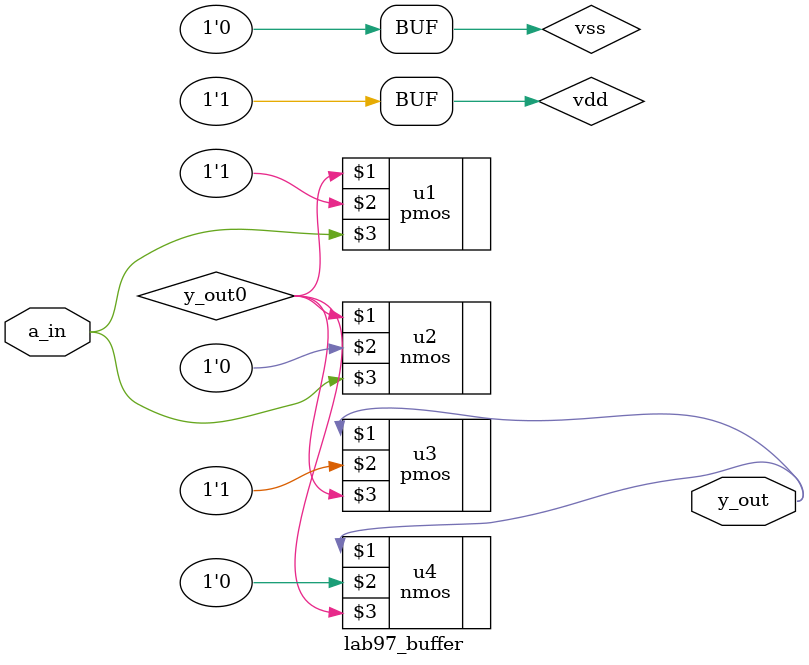
<source format=v>
`timescale 1ns / 1ps


module lab97_buffer(
            input a_in,
            output y_out
    );
    wire y_out0;
    
    supply1 vdd;
    supply0 vss;
    
    pmos u1(y_out0, vdd, a_in);
    nmos u2(y_out0, vss, a_in);
    
    pmos u3(y_out, vdd, y_out0);
    nmos u4(y_out, vss, y_out0);
   // buf buf1(y_out, a_in);
    
endmodule

</source>
